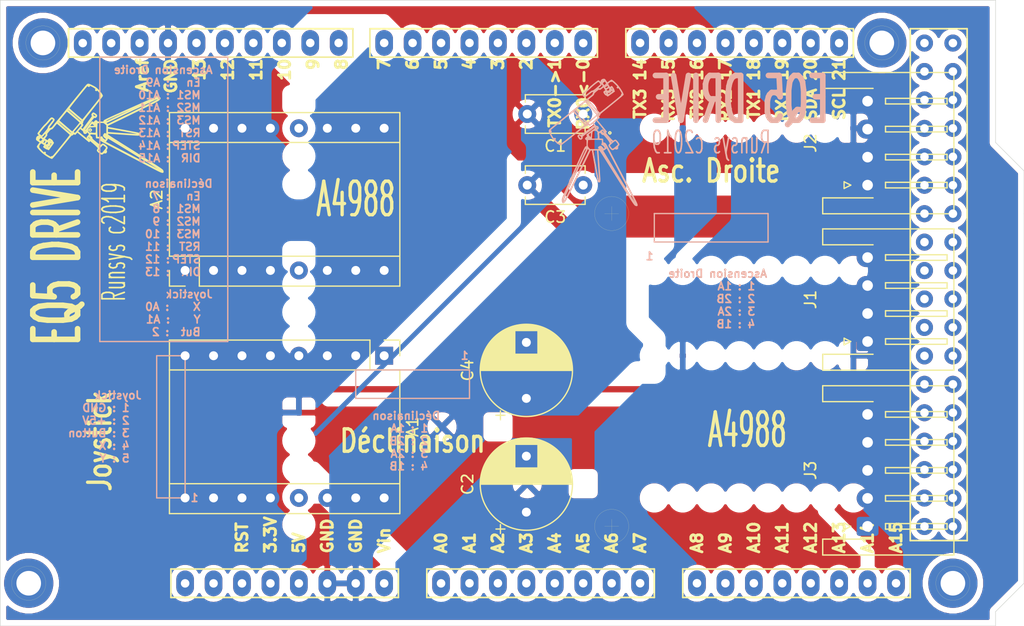
<source format=kicad_pcb>
(kicad_pcb (version 20171130) (host pcbnew 5.1.5-52549c5~84~ubuntu16.04.1)
  (layers (0 F.Cu signal) (31 B.Cu signal) (34 B.Paste user hide) (35 F.Paste user hide) (36 B.SilkS user) (37 F.SilkS user) (38 B.Mask user) (39 F.Mask user) (44 Edge.Cuts user))
  (net 0 "")
  (net 1 "Net-(SH1-Pad19)")
  (net 2 "Net-(SH1-Pad18)")
  (net 3 "Net-(SH1-Pad17)")
  (net 4 "Net-(SH1-Pad16)")
  (net 5 "Net-(SH1-Pad15)")
  (net 6 "Net-(SH1-Pad14)")
  (net 7 /13)
  (net 8 /12)
  (net 9 /11)
  (net 10 /10)
  (net 11 /9)
  (net 12 /8)
  (net 13 /7)
  (net 14 "Net-(SH1-Pad6)")
  (net 15 "Net-(SH1-Pad5)")
  (net 16 "Net-(SH1-Pad4)")
  (net 17 "Net-(SH1-Pad3)")
  (net 18 "Net-(SH1-Pad1)")
  (net 19 /A15)
  (net 20 /A14)
  (net 21 /A13)
  (net 22 /A12)
  (net 23 /A11)
  (net 24 /A10)
  (net 25 /A9)
  (net 26 "Net-(SH1-PadA8)")
  (net 27 "Net-(SH1-PadA7)")
  (net 28 "Net-(SH1-PadA6)")
  (net 29 "Net-(SH1-PadA5)")
  (net 30 "Net-(SH1-PadA4)")
  (net 31 "Net-(SH1-PadA3)")
  (net 32 "Net-(SH1-PadA2)")
  (net 33 "Net-(SH1-Pad21/2)")
  (net 34 "Net-(SH1-Pad20/2)")
  (net 35 "Net-(SH1-PadAREF)")
  (net 36 "Net-(SH1-Pad0)")
  (net 37 "Net-(SH1-Pad20/1)")
  (net 38 "Net-(SH1-Pad21/1)")
  (net 39 "Net-(SH1-Pad5V/3)")
  (net 40 "Net-(SH1-Pad5V/2)")
  (net 41 "Net-(SH1-Pad49)")
  (net 42 "Net-(SH1-Pad48)")
  (net 43 "Net-(SH1-Pad47)")
  (net 44 "Net-(SH1-Pad46)")
  (net 45 "Net-(SH1-Pad45)")
  (net 46 "Net-(SH1-Pad44)")
  (net 47 "Net-(SH1-Pad43)")
  (net 48 "Net-(SH1-Pad42)")
  (net 49 "Net-(SH1-Pad41)")
  (net 50 "Net-(SH1-Pad40)")
  (net 51 "Net-(SH1-Pad39)")
  (net 52 "Net-(SH1-Pad38)")
  (net 53 "Net-(SH1-Pad37)")
  (net 54 "Net-(SH1-Pad36)")
  (net 55 "Net-(SH1-Pad35)")
  (net 56 "Net-(SH1-Pad34)")
  (net 57 "Net-(SH1-Pad33)")
  (net 58 "Net-(SH1-Pad32)")
  (net 59 "Net-(SH1-Pad31)")
  (net 60 "Net-(SH1-Pad30)")
  (net 61 "Net-(SH1-Pad29)")
  (net 62 "Net-(SH1-Pad28)")
  (net 63 "Net-(SH1-Pad27)")
  (net 64 "Net-(SH1-Pad26)")
  (net 65 "Net-(SH1-Pad25)")
  (net 66 "Net-(SH1-Pad24)")
  (net 67 "Net-(SH1-Pad23)")
  (net 68 "Net-(SH1-Pad22)")
  (net 69 "Net-(SH1-Pad53)")
  (net 70 "Net-(SH1-Pad52)")
  (net 71 "Net-(SH1-Pad51)")
  (net 72 "Net-(SH1-Pad50)")
  (net 73 "Net-(SH1-PadGND4)")
  (net 74 "Net-(SH1-Pad3V3)")
  (net 75 "Net-(SH1-PadRST)")
  (net 76 "Net-(SH1-PadIREF)")
  (net 77 "Net-(SH1-PadNC)")
  (net 78 "Net-(A1-Pad3)")
  (net 79 "Net-(A1-Pad4)")
  (net 80 "Net-(A1-Pad5)")
  (net 81 "Net-(A1-Pad6)")
  (net 82 "Net-(A1-Pad14)")
  (net 83 "Net-(A2-Pad3)")
  (net 84 "Net-(A2-Pad4)")
  (net 85 "Net-(A2-Pad5)")
  (net 86 "Net-(A2-Pad6)")
  (net 87 "Net-(A2-Pad14)")
  (net 88 GND)
  (net 89 +5V)
  (net 90 +12V)
  (net 91 "Net-(J3-Pad3)")
  (net 92 "Net-(J3-Pad4)")
  (net 93 "Net-(J3-Pad5)")
  (module Connector_JST:JST_XH_S5B-XH-A-1_1x05_P2.50mm_Horizontal (layer F.Cu) (at 168.91 109.22 90)
    (fp_text reference J3 (at 5 -5.1 90) (layer F.SilkS))
    (fp_text value Conn_01x05_Male)
    (pad 5 thru_hole oval (at 10 0 90) (size 1.7 1.95) (drill 0.95) (layers *.Cu *.Mask) (net 93 "Net-(J3-Pad5)"))
    (pad 4 thru_hole oval (at 7.5 0 90) (size 1.7 1.95) (drill 0.95) (layers *.Cu *.Mask) (net 92 "Net-(J3-Pad4)"))
    (pad 3 thru_hole oval (at 5 0 90) (size 1.7 1.95) (drill 0.95) (layers *.Cu *.Mask) (net 91 "Net-(J3-Pad3)"))
    (pad 2 thru_hole oval (at 2.5 0 90) (size 1.7 1.95) (drill 0.95) (layers *.Cu *.Mask) (net 89 +5V))
    (pad 1 thru_hole roundrect (at 0 0 90) (size 1.7 1.95) (drill 0.95) (layers *.Cu *.Mask) (roundrect_rratio 0.147059) (net 88 GND))
  )
  (module Connector_JST:JST_XH_S4B-XH-A-1_1x04_P2.50mm_Horizontal (layer F.Cu) (at 168.91 78.74 90)
    (fp_text reference J2 (at 3.75 -5.1 90) (layer F.SilkS))
    (fp_text value Conn_01x04_Male)
    (pad 4 thru_hole oval (at 7.5 0 90) (size 1.7 1.95) (drill 0.95) (layers *.Cu *.Mask) (net 83 "Net-(A2-Pad3)"))
    (pad 3 thru_hole oval (at 5 0 90) (size 1.7 1.95) (drill 0.95) (layers *.Cu *.Mask) (net 84 "Net-(A2-Pad4)"))
    (pad 2 thru_hole oval (at 2.5 0 90) (size 1.7 1.95) (drill 0.95) (layers *.Cu *.Mask) (net 85 "Net-(A2-Pad5)"))
    (pad 1 thru_hole roundrect (at 0 0 90) (size 1.7 1.95) (drill 0.95) (layers *.Cu *.Mask) (roundrect_rratio 0.147059) (net 86 "Net-(A2-Pad6)"))
  )
  (module Connector_JST:JST_XH_S4B-XH-A-1_1x04_P2.50mm_Horizontal (layer F.Cu) (at 168.91 92.71 90)
    (fp_text reference J1 (at 3.75 -5.1 90) (layer F.SilkS))
    (fp_text value Conn_01x04_Male)
    (pad 4 thru_hole oval (at 7.5 0 90) (size 1.7 1.95) (drill 0.95) (layers *.Cu *.Mask) (net 78 "Net-(A1-Pad3)"))
    (pad 3 thru_hole oval (at 5 0 90) (size 1.7 1.95) (drill 0.95) (layers *.Cu *.Mask) (net 79 "Net-(A1-Pad4)"))
    (pad 2 thru_hole oval (at 2.5 0 90) (size 1.7 1.95) (drill 0.95) (layers *.Cu *.Mask) (net 80 "Net-(A1-Pad5)"))
    (pad 1 thru_hole roundrect (at 0 0 90) (size 1.7 1.95) (drill 0.95) (layers *.Cu *.Mask) (roundrect_rratio 0.147059) (net 81 "Net-(A1-Pad6)"))
  )
  (module Capacitor_THT:C_Disc_D5.1mm_W3.2mm_P5.00mm (layer F.Cu) (at 143.51 78.74 180)
    (fp_text reference C3 (at 2.5 -2.85) (layer F.SilkS))
    (fp_text value 100n)
    (pad 2 thru_hole circle (at 5 0 180) (size 1.6 1.6) (drill 0.8) (layers *.Cu *.Mask) (net 88 GND))
    (pad 1 thru_hole circle (at 0 0 180) (size 1.6 1.6) (drill 0.8) (layers *.Cu *.Mask) (net 89 +5V))
  )
  (module Capacitor_THT:C_Disc_D5.1mm_W3.2mm_P5.00mm (layer F.Cu) (at 143.51 72.39 180)
    (fp_text reference C1 (at 2.5 -2.85) (layer F.SilkS))
    (fp_text value 100n)
    (pad 2 thru_hole circle (at 5 0 180) (size 1.6 1.6) (drill 0.8) (layers *.Cu *.Mask) (net 88 GND))
    (pad 1 thru_hole circle (at 0 0 180) (size 1.6 1.6) (drill 0.8) (layers *.Cu *.Mask) (net 89 +5V))
  )
  (module logo:tele (layer F.Cu) (at 146.05 74.93)
    (fp_text reference G1 hide)
    (fp_text value LOGO hide)
  )
  (module logo:tele (layer F.Cu) (at 100.33 73.66 90)
    (fp_text reference G0 hide)
    (fp_text value LOGO hide)
  )
  (module Capacitor_THT:CP_Radial_D8.0mm_P5.00mm (layer F.Cu) (at 138.43 97.79 90)
    (fp_text reference C4 (at 2.5 -5.25 90) (layer F.SilkS))
    (fp_text value 100u)
    (pad 2 thru_hole circle (at 5 0 90) (size 1.6 1.6) (drill 0.8) (layers *.Cu *.Mask) (net 88 GND))
    (pad 1 thru_hole rect (at 0 0 90) (size 1.6 1.6) (drill 0.8) (layers *.Cu *.Mask) (net 90 +12V))
  )
  (module Capacitor_THT:CP_Radial_D8.0mm_P5.00mm (layer F.Cu) (at 138.43 107.95 90)
    (fp_text reference C2 (at 2.5 -5.25 90) (layer F.SilkS))
    (fp_text value 100u)
    (pad 2 thru_hole circle (at 5 0 90) (size 1.6 1.6) (drill 0.8) (layers *.Cu *.Mask) (net 88 GND))
    (pad 1 thru_hole rect (at 0 0 90) (size 1.6 1.6) (drill 0.8) (layers *.Cu *.Mask) (net 90 +12V))
  )
  (module MountingHole:MountingHole_2.2mm_M2_Pad (layer F.Cu) (at 176.53 114.3)
    (fp_text reference REF2 hide)
    (fp_text value MountingHole_2.2mm_M2_Pad)
    (pad 1 thru_hole circle (at 0 0) (size 4.4 4.4) (drill 2.2) (layers *.Cu *.Mask))
  )
  (module MountingHole:MountingHole_2.2mm_M2_Pad (layer F.Cu) (at 170.18 66.04)
    (fp_text reference REF3 hide)
    (fp_text value MountingHole_2.2mm_M2_Pad)
    (pad 1 thru_hole circle (at 0 0) (size 4.4 4.4) (drill 2.2) (layers *.Cu *.Mask))
  )
  (module MountingHole:MountingHole_2.2mm_M2_Pad (layer F.Cu) (at 93.98 114.3)
    (fp_text reference REF1 hide)
    (fp_text value MountingHole_2.2mm_M2_Pad)
    (pad 1 thru_hole circle (at 0 0) (size 4.4 4.4) (drill 2.2) (layers *.Cu *.Mask))
  )
  (module MountingHole:MountingHole_2.2mm_M2_Pad (layer F.Cu) (at 95.25 66.04)
    (fp_text reference REF** hide)
    (fp_text value MountingHole_2.2mm_M2_Pad)
    (pad 1 thru_hole circle (at 0 0) (size 4.4 4.4) (drill 2.2) (layers *.Cu *.Mask))
  )
  (module Modules:Pololu_Breakout-16_15.2x20.3mm (layer F.Cu) (at 107.95 86.36 90)
    (fp_text reference A2 (at 6.35 -2.54 90) (layer F.SilkS))
    (fp_text value Pololu_Breakout_A4988)
    (pad 1 thru_hole rect (at 0 0 90) (size 1.6 1.6) (drill 0.8) (layers *.Cu *.Mask) (net 88 GND))
    (pad 9 thru_hole oval (at 12.7 17.78 90) (size 1.6 1.6) (drill 0.8) (layers *.Cu *.Mask) (net 13 /7))
    (pad 2 thru_hole oval (at 0 2.54 90) (size 1.6 1.6) (drill 0.8) (layers *.Cu *.Mask) (net 89 +5V))
    (pad 10 thru_hole oval (at 12.7 15.24 90) (size 1.6 1.6) (drill 0.8) (layers *.Cu *.Mask) (net 12 /8))
    (pad 3 thru_hole oval (at 0 5.08 90) (size 1.6 1.6) (drill 0.8) (layers *.Cu *.Mask) (net 83 "Net-(A2-Pad3)"))
    (pad 11 thru_hole oval (at 12.7 12.7 90) (size 1.6 1.6) (drill 0.8) (layers *.Cu *.Mask) (net 11 /9))
    (pad 4 thru_hole oval (at 0 7.62 90) (size 1.6 1.6) (drill 0.8) (layers *.Cu *.Mask) (net 84 "Net-(A2-Pad4)"))
    (pad 12 thru_hole oval (at 12.7 10.16 90) (size 1.6 1.6) (drill 0.8) (layers *.Cu *.Mask) (net 10 /10))
    (pad 5 thru_hole oval (at 0 10.16 90) (size 1.6 1.6) (drill 0.8) (layers *.Cu *.Mask) (net 85 "Net-(A2-Pad5)"))
    (pad 13 thru_hole oval (at 12.7 7.62 90) (size 1.6 1.6) (drill 0.8) (layers *.Cu *.Mask) (net 9 /11))
    (pad 6 thru_hole oval (at 0 12.7 90) (size 1.6 1.6) (drill 0.8) (layers *.Cu *.Mask) (net 86 "Net-(A2-Pad6)"))
    (pad 14 thru_hole oval (at 12.7 5.08 90) (size 1.6 1.6) (drill 0.8) (layers *.Cu *.Mask) (net 87 "Net-(A2-Pad14)"))
    (pad 7 thru_hole oval (at 0 15.24 90) (size 1.6 1.6) (drill 0.8) (layers *.Cu *.Mask) (net 88 GND))
    (pad 15 thru_hole oval (at 12.7 2.54 90) (size 1.6 1.6) (drill 0.8) (layers *.Cu *.Mask) (net 8 /12))
    (pad 8 thru_hole oval (at 0 17.78 90) (size 1.6 1.6) (drill 0.8) (layers *.Cu *.Mask) (net 90 +12V))
    (pad 16 thru_hole oval (at 12.7 0 90) (size 1.6 1.6) (drill 0.8) (layers *.Cu *.Mask) (net 7 /13))
  )
  (module Modules:Pololu_Breakout-16_15.2x20.3mm (layer F.Cu) (at 125.73 93.98 270)
    (fp_text reference A1 (at 6.35 -2.54 90) (layer F.SilkS))
    (fp_text value Pololu_Breakout_A4988)
    (pad 1 thru_hole rect (at 0 0 270) (size 1.6 1.6) (drill 0.8) (layers *.Cu *.Mask) (net 88 GND))
    (pad 9 thru_hole oval (at 12.7 17.78 270) (size 1.6 1.6) (drill 0.8) (layers *.Cu *.Mask) (net 25 /A9))
    (pad 2 thru_hole oval (at 0 2.54 270) (size 1.6 1.6) (drill 0.8) (layers *.Cu *.Mask) (net 89 +5V))
    (pad 10 thru_hole oval (at 12.7 15.24 270) (size 1.6 1.6) (drill 0.8) (layers *.Cu *.Mask) (net 24 /A10))
    (pad 3 thru_hole oval (at 0 5.08 270) (size 1.6 1.6) (drill 0.8) (layers *.Cu *.Mask) (net 78 "Net-(A1-Pad3)"))
    (pad 11 thru_hole oval (at 12.7 12.7 270) (size 1.6 1.6) (drill 0.8) (layers *.Cu *.Mask) (net 23 /A11))
    (pad 4 thru_hole oval (at 0 7.62 270) (size 1.6 1.6) (drill 0.8) (layers *.Cu *.Mask) (net 79 "Net-(A1-Pad4)"))
    (pad 12 thru_hole oval (at 12.7 10.16 270) (size 1.6 1.6) (drill 0.8) (layers *.Cu *.Mask) (net 22 /A12))
    (pad 5 thru_hole oval (at 0 10.16 270) (size 1.6 1.6) (drill 0.8) (layers *.Cu *.Mask) (net 80 "Net-(A1-Pad5)"))
    (pad 13 thru_hole oval (at 12.7 7.62 270) (size 1.6 1.6) (drill 0.8) (layers *.Cu *.Mask) (net 21 /A13))
    (pad 6 thru_hole oval (at 0 12.7 270) (size 1.6 1.6) (drill 0.8) (layers *.Cu *.Mask) (net 81 "Net-(A1-Pad6)"))
    (pad 14 thru_hole oval (at 12.7 5.08 270) (size 1.6 1.6) (drill 0.8) (layers *.Cu *.Mask) (net 82 "Net-(A1-Pad14)"))
    (pad 7 thru_hole oval (at 0 15.24 270) (size 1.6 1.6) (drill 0.8) (layers *.Cu *.Mask) (net 88 GND))
    (pad 15 thru_hole oval (at 12.7 2.54 270) (size 1.6 1.6) (drill 0.8) (layers *.Cu *.Mask) (net 20 /A14))
    (pad 8 thru_hole oval (at 0 17.78 270) (size 1.6 1.6) (drill 0.8) (layers *.Cu *.Mask) (net 90 +12V))
    (pad 16 thru_hole oval (at 12.7 0 270) (size 1.6 1.6) (drill 0.8) (layers *.Cu *.Mask) (net 19 /A15))
  )
  (module SHIELD_ARDUINO:ARDUINO_MEGA_2560_R3_ELL (layer F.Cu) (at 130.81 90.17)
    (fp_text reference SH1 hide)
    (fp_text value ARDUINO_MEGA hide)
    (pad 19 thru_hole oval (at 30.48 -24.13) (size 1.5748 2.286) (drill 0.762) (layers *.Cu *.Mask) (net 1 "Net-(SH1-Pad19)"))
    (pad 18 thru_hole oval (at 27.94 -24.13) (size 1.5748 2.286) (drill 0.762) (layers *.Cu *.Mask) (net 2 "Net-(SH1-Pad18)"))
    (pad 17 thru_hole oval (at 25.4 -24.13) (size 1.5748 2.286) (drill 0.762) (layers *.Cu *.Mask) (net 3 "Net-(SH1-Pad17)"))
    (pad 16 thru_hole oval (at 22.86 -24.13) (size 1.5748 2.286) (drill 0.762) (layers *.Cu *.Mask) (net 4 "Net-(SH1-Pad16)"))
    (pad 15 thru_hole oval (at 20.32 -24.13) (size 1.5748 2.286) (drill 0.762) (layers *.Cu *.Mask) (net 5 "Net-(SH1-Pad15)"))
    (pad 14 thru_hole oval (at 17.78 -24.13) (size 1.5748 2.286) (drill 0.762) (layers *.Cu *.Mask) (net 6 "Net-(SH1-Pad14)"))
    (pad 13 thru_hole oval (at -21.844 -24.13) (size 1.5748 2.286) (drill 0.762) (layers *.Cu *.Mask) (net 7 /13))
    (pad 12 thru_hole oval (at -19.304 -24.13) (size 1.5748 2.286) (drill 0.762) (layers *.Cu *.Mask) (net 8 /12))
    (pad 11 thru_hole oval (at -16.764 -24.13) (size 1.5748 2.286) (drill 0.762) (layers *.Cu *.Mask) (net 9 /11))
    (pad 10 thru_hole oval (at -14.224 -24.13) (size 1.5748 2.286) (drill 0.762) (layers *.Cu *.Mask) (net 10 /10))
    (pad 9 thru_hole oval (at -11.684 -24.13) (size 1.5748 2.286) (drill 0.762) (layers *.Cu *.Mask) (net 11 /9))
    (pad 8 thru_hole oval (at -9.144 -24.13) (size 1.5748 2.286) (drill 0.762) (layers *.Cu *.Mask) (net 12 /8))
    (pad 7 thru_hole oval (at -5.08 -24.13) (size 1.5748 2.286) (drill 0.762) (layers *.Cu *.Mask) (net 13 /7))
    (pad 6 thru_hole oval (at -2.54 -24.13) (size 1.5748 2.286) (drill 0.762) (layers *.Cu *.Mask) (net 14 "Net-(SH1-Pad6)"))
    (pad 5 thru_hole oval (at 0 -24.13) (size 1.5748 2.286) (drill 0.762) (layers *.Cu *.Mask) (net 15 "Net-(SH1-Pad5)"))
    (pad 4 thru_hole oval (at 2.54 -24.13) (size 1.5748 2.286) (drill 0.762) (layers *.Cu *.Mask) (net 16 "Net-(SH1-Pad4)"))
    (pad 3 thru_hole oval (at 5.08 -24.13) (size 1.5748 2.286) (drill 0.762) (layers *.Cu *.Mask) (net 17 "Net-(SH1-Pad3)"))
    (pad 2 thru_hole oval (at 7.62 -24.13) (size 1.5748 2.286) (drill 0.762) (layers *.Cu *.Mask) (net 93 "Net-(J3-Pad5)"))
    (pad 1 thru_hole oval (at 10.16 -24.13) (size 1.5748 2.286) (drill 0.762) (layers *.Cu *.Mask) (net 18 "Net-(SH1-Pad1)"))
    (pad A15 thru_hole oval (at 40.64 24.13) (size 1.5748 2.286) (drill 0.762) (layers *.Cu *.Mask) (net 19 /A15))
    (pad A14 thru_hole oval (at 38.1 24.13) (size 1.5748 2.286) (drill 0.762) (layers *.Cu *.Mask) (net 20 /A14))
    (pad A13 thru_hole oval (at 35.56 24.13) (size 1.5748 2.286) (drill 0.762) (layers *.Cu *.Mask) (net 21 /A13))
    (pad A12 thru_hole oval (at 33.02 24.13) (size 1.5748 2.286) (drill 0.762) (layers *.Cu *.Mask) (net 22 /A12))
    (pad A11 thru_hole oval (at 30.48 24.13) (size 1.5748 2.286) (drill 0.762) (layers *.Cu *.Mask) (net 23 /A11))
    (pad A10 thru_hole oval (at 27.94 24.13) (size 1.5748 2.286) (drill 0.762) (layers *.Cu *.Mask) (net 24 /A10))
    (pad A9 thru_hole oval (at 25.4 24.13) (size 1.5748 2.286) (drill 0.762) (layers *.Cu *.Mask) (net 25 /A9))
    (pad A8 thru_hole oval (at 22.86 24.13) (size 1.5748 2.286) (drill 0.762) (layers *.Cu *.Mask) (net 26 "Net-(SH1-PadA8)"))
    (pad A7 thru_hole oval (at 17.78 24.13) (size 1.5748 2.286) (drill 0.762) (layers *.Cu *.Mask) (net 27 "Net-(SH1-PadA7)"))
    (pad A6 thru_hole oval (at 15.24 24.13) (size 1.5748 2.286) (drill 0.762) (layers *.Cu *.Mask) (net 28 "Net-(SH1-PadA6)"))
    (pad A5 thru_hole oval (at 12.7 24.13) (size 1.5748 2.286) (drill 0.762) (layers *.Cu *.Mask) (net 29 "Net-(SH1-PadA5)"))
    (pad A4 thru_hole oval (at 10.16 24.13) (size 1.5748 2.286) (drill 0.762) (layers *.Cu *.Mask) (net 30 "Net-(SH1-PadA4)"))
    (pad A3 thru_hole oval (at 7.62 24.13) (size 1.5748 2.286) (drill 0.762) (layers *.Cu *.Mask) (net 31 "Net-(SH1-PadA3)"))
    (pad A2 thru_hole oval (at 5.08 24.13) (size 1.5748 2.286) (drill 0.762) (layers *.Cu *.Mask) (net 32 "Net-(SH1-PadA2)"))
    (pad A1 thru_hole oval (at 2.54 24.13) (size 1.5748 2.286) (drill 0.762) (layers *.Cu *.Mask) (net 92 "Net-(J3-Pad4)"))
    (pad 21/2 thru_hole oval (at -32.004 -24.1173) (size 1.5748 2.286) (drill 0.762) (layers *.Cu *.Mask) (net 33 "Net-(SH1-Pad21/2)"))
    (pad 20/2 thru_hole oval (at -29.464 -24.1173) (size 1.5748 2.286) (drill 0.762) (layers *.Cu *.Mask) (net 34 "Net-(SH1-Pad20/2)"))
    (pad AREF thru_hole oval (at -26.924 -24.1173) (size 1.5748 2.286) (drill 0.762) (layers *.Cu *.Mask) (net 35 "Net-(SH1-PadAREF)"))
    (pad GND3 thru_hole oval (at -24.384 -24.1173) (size 1.5748 2.286) (drill 0.762) (layers *.Cu *.Mask) (net 88 GND))
    (pad 0 thru_hole oval (at 12.7 -24.1173) (size 1.5748 2.286) (drill 0.762) (layers *.Cu *.Mask) (net 36 "Net-(SH1-Pad0)"))
    (pad 20/1 thru_hole oval (at 33.02 -24.1173) (size 1.5748 2.286) (drill 0.762) (layers *.Cu *.Mask) (net 37 "Net-(SH1-Pad20/1)"))
    (pad 21/1 thru_hole oval (at 35.56 -24.1173) (size 1.5748 2.286) (drill 0.762) (layers *.Cu *.Mask) (net 38 "Net-(SH1-Pad21/1)"))
    (pad 5V/3 thru_hole circle (at 45.72 -24.1173) (size 1.524 1.524) (drill 0.762) (layers *.Cu *.Mask) (net 39 "Net-(SH1-Pad5V/3)"))
    (pad 5V/2 thru_hole circle (at 43.18 -24.1173) (size 1.524 1.524) (drill 0.762) (layers *.Cu *.Mask) (net 40 "Net-(SH1-Pad5V/2)"))
    (pad 49 thru_hole circle (at 45.72 11.4427) (size 1.524 1.524) (drill 0.762) (layers *.Cu *.Mask) (net 41 "Net-(SH1-Pad49)"))
    (pad 48 thru_hole circle (at 43.18 11.4427) (size 1.524 1.524) (drill 0.762) (layers *.Cu *.Mask) (net 42 "Net-(SH1-Pad48)"))
    (pad 47 thru_hole circle (at 45.72 8.9027) (size 1.524 1.524) (drill 0.762) (layers *.Cu *.Mask) (net 43 "Net-(SH1-Pad47)"))
    (pad 46 thru_hole circle (at 43.18 8.9027) (size 1.524 1.524) (drill 0.762) (layers *.Cu *.Mask) (net 44 "Net-(SH1-Pad46)"))
    (pad 45 thru_hole circle (at 45.72 6.3627) (size 1.524 1.524) (drill 0.762) (layers *.Cu *.Mask) (net 45 "Net-(SH1-Pad45)"))
    (pad 44 thru_hole circle (at 43.18 6.3627) (size 1.524 1.524) (drill 0.762) (layers *.Cu *.Mask) (net 46 "Net-(SH1-Pad44)"))
    (pad 43 thru_hole circle (at 45.72 3.8227) (size 1.524 1.524) (drill 0.762) (layers *.Cu *.Mask) (net 47 "Net-(SH1-Pad43)"))
    (pad 42 thru_hole circle (at 43.18 3.8227) (size 1.524 1.524) (drill 0.762) (layers *.Cu *.Mask) (net 48 "Net-(SH1-Pad42)"))
    (pad 41 thru_hole circle (at 45.72 1.2827) (size 1.524 1.524) (drill 0.762) (layers *.Cu *.Mask) (net 49 "Net-(SH1-Pad41)"))
    (pad 40 thru_hole circle (at 43.18 1.2827) (size 1.524 1.524) (drill 0.762) (layers *.Cu *.Mask) (net 50 "Net-(SH1-Pad40)"))
    (pad 39 thru_hole circle (at 45.72 -1.2573) (size 1.524 1.524) (drill 0.762) (layers *.Cu *.Mask) (net 51 "Net-(SH1-Pad39)"))
    (pad 38 thru_hole circle (at 43.18 -1.2573) (size 1.524 1.524) (drill 0.762) (layers *.Cu *.Mask) (net 52 "Net-(SH1-Pad38)"))
    (pad 37 thru_hole circle (at 45.72 -3.7973) (size 1.524 1.524) (drill 0.762) (layers *.Cu *.Mask) (net 53 "Net-(SH1-Pad37)"))
    (pad 36 thru_hole circle (at 43.18 -3.7973) (size 1.524 1.524) (drill 0.762) (layers *.Cu *.Mask) (net 54 "Net-(SH1-Pad36)"))
    (pad 35 thru_hole circle (at 45.72 -6.3373) (size 1.524 1.524) (drill 0.762) (layers *.Cu *.Mask) (net 55 "Net-(SH1-Pad35)"))
    (pad 34 thru_hole circle (at 43.18 -6.3373) (size 1.524 1.524) (drill 0.762) (layers *.Cu *.Mask) (net 56 "Net-(SH1-Pad34)"))
    (pad 33 thru_hole circle (at 45.72 -8.8773) (size 1.524 1.524) (drill 0.762) (layers *.Cu *.Mask) (net 57 "Net-(SH1-Pad33)"))
    (pad 32 thru_hole circle (at 43.18 -8.8773) (size 1.524 1.524) (drill 0.762) (layers *.Cu *.Mask) (net 58 "Net-(SH1-Pad32)"))
    (pad 31 thru_hole circle (at 45.72 -11.4173) (size 1.524 1.524) (drill 0.762) (layers *.Cu *.Mask) (net 59 "Net-(SH1-Pad31)"))
    (pad 30 thru_hole circle (at 43.18 -11.4173) (size 1.524 1.524) (drill 0.762) (layers *.Cu *.Mask) (net 60 "Net-(SH1-Pad30)"))
    (pad 29 thru_hole circle (at 45.72 -13.9573) (size 1.524 1.524) (drill 0.762) (layers *.Cu *.Mask) (net 61 "Net-(SH1-Pad29)"))
    (pad 28 thru_hole circle (at 43.18 -13.9573) (size 1.524 1.524) (drill 0.762) (layers *.Cu *.Mask) (net 62 "Net-(SH1-Pad28)"))
    (pad 27 thru_hole circle (at 45.72 -16.4973) (size 1.524 1.524) (drill 0.762) (layers *.Cu *.Mask) (net 63 "Net-(SH1-Pad27)"))
    (pad 26 thru_hole circle (at 43.18 -16.4973) (size 1.524 1.524) (drill 0.762) (layers *.Cu *.Mask) (net 64 "Net-(SH1-Pad26)"))
    (pad 25 thru_hole circle (at 45.72 -19.0373) (size 1.524 1.524) (drill 0.762) (layers *.Cu *.Mask) (net 65 "Net-(SH1-Pad25)"))
    (pad 24 thru_hole circle (at 43.18 -19.0373) (size 1.524 1.524) (drill 0.762) (layers *.Cu *.Mask) (net 66 "Net-(SH1-Pad24)"))
    (pad 23 thru_hole circle (at 45.72 -21.5773) (size 1.524 1.524) (drill 0.762) (layers *.Cu *.Mask) (net 67 "Net-(SH1-Pad23)"))
    (pad 22 thru_hole circle (at 43.18 -21.5773) (size 1.524 1.524) (drill 0.762) (layers *.Cu *.Mask) (net 68 "Net-(SH1-Pad22)"))
    (pad 53 thru_hole circle (at 45.72 16.5227) (size 1.524 1.524) (drill 0.762) (layers *.Cu *.Mask) (net 69 "Net-(SH1-Pad53)"))
    (pad 52 thru_hole circle (at 43.18 16.5227) (size 1.524 1.524) (drill 0.762) (layers *.Cu *.Mask) (net 70 "Net-(SH1-Pad52)"))
    (pad 51 thru_hole circle (at 45.72 13.9827) (size 1.524 1.524) (drill 0.762) (layers *.Cu *.Mask) (net 71 "Net-(SH1-Pad51)"))
    (pad 50 thru_hole circle (at 43.18 13.9827) (size 1.524 1.524) (drill 0.762) (layers *.Cu *.Mask) (net 72 "Net-(SH1-Pad50)"))
    (pad GND5 thru_hole circle (at 45.72 19.0627) (size 1.524 1.524) (drill 0.762) (layers *.Cu *.Mask))
    (pad GND4 thru_hole circle (at 43.18 19.0627) (size 1.524 1.524) (drill 0.762) (layers *.Cu *.Mask) (net 73 "Net-(SH1-PadGND4)"))
    (pad A0 thru_hole oval (at 0 24.1427) (size 1.5748 2.286) (drill 0.762) (layers *.Cu *.Mask) (net 91 "Net-(J3-Pad3)"))
    (pad VIN thru_hole oval (at -5.08 24.1427) (size 1.5748 2.286) (drill 0.762) (layers *.Cu *.Mask) (net 90 +12V))
    (pad GND2 thru_hole oval (at -7.62 24.1427) (size 1.5748 2.286) (drill 0.762) (layers *.Cu *.Mask) (net 88 GND))
    (pad GND1 thru_hole oval (at -10.16 24.1427) (size 1.5748 2.286) (drill 0.762) (layers *.Cu *.Mask) (net 88 GND))
    (pad 5V/1 thru_hole oval (at -12.7 24.1427) (size 1.5748 2.286) (drill 0.762) (layers *.Cu *.Mask) (net 89 +5V))
    (pad 3V3 thru_hole oval (at -15.24 24.1427) (size 1.5748 2.286) (drill 0.762) (layers *.Cu *.Mask) (net 74 "Net-(SH1-Pad3V3)"))
    (pad RST thru_hole oval (at -17.78 24.1427) (size 1.5748 2.286) (drill 0.762) (layers *.Cu *.Mask) (net 75 "Net-(SH1-PadRST)"))
    (pad IREF thru_hole oval (at -20.32 24.1427) (size 1.5748 2.286) (drill 0.762) (layers *.Cu *.Mask) (net 76 "Net-(SH1-PadIREF)"))
    (pad NC thru_hole oval (at -22.86 24.1427) (size 1.5748 2.286) (drill 0.762) (layers *.Cu *.Mask) (net 77 "Net-(SH1-PadNC)"))
  )
  (gr_line (start 111.76 67.31) (end 111.76 92.71) (layer B.SilkS) (width 0.12))
  (gr_line (start 100.33 67.31) (end 111.76 67.31) (layer B.SilkS) (width 0.12))
  (gr_line (start 100.33 92.71) (end 100.33 67.31) (layer B.SilkS) (width 0.12))
  (gr_line (start 111.76 92.71) (end 100.33 92.71) (layer B.SilkS) (width 0.12))
  (gr_line (start 180.34 118.11) (end 180.34 116.84) (layer Edge.Cuts) (width 0.05))
  (gr_line (start 180.34 118.11) (end 91.44 118.11) (layer Edge.Cuts) (width 0.05))
  (gr_line (start 182.88 77.47) (end 182.88 81.28) (layer Edge.Cuts) (width 0.05))
  (gr_line (start 180.34 74.93) (end 182.88 77.47) (layer Edge.Cuts) (width 0.05))
  (gr_line (start 180.34 62.23) (end 180.34 74.93) (layer Edge.Cuts) (width 0.05))
  (gr_line (start 182.88 114.3) (end 182.88 81.28) (layer Edge.Cuts) (width 0.05))
  (gr_line (start 180.34 116.84) (end 182.88 114.3) (layer Edge.Cuts) (width 0.05))
  (gr_text "\n: 7\n: 8\n: 9\n: 10\n: 11  \n: 12\n: 13" (at 106.68 82.55) (layer B.SilkS) (effects (font (size 0.7 0.7)) (justify left mirror)))
  (gr_text "\n: A9\n: A10\n: A11\n: A12\n: A13  \n: A14\n: A15" (at 106.68 72.39) (layer B.SilkS) (effects (font (size 0.7 0.7)) (justify left mirror)))
  (gr_text 1 (at 109.22 106.68) (layer B.SilkS) (effects (font (size 0.7 0.7)) (justify left mirror)))
  (gr_text 1 (at 149.86 85.09) (layer B.SilkS) (effects (font (size 0.7 0.7)) (justify left mirror)))
  (gr_text 1 (at 133.35 93.98) (layer B.SilkS) (effects (font (size 0.7 0.7)) (justify left mirror)))
  (gr_text "Joystick\n  1 : GND\n  2 : +5V\n  3 : Button\n  4 : X\n  5 : Y\n" (at 104.14 100.33) (layer B.SilkS) (effects (font (size 0.7 0.7)) (justify left mirror)))
  (gr_text "Déclinaison\n  En\n  MS1\n  MS2\n  MS3\n  RST\n  STEP\n  DIR" (at 110.49 82.55) (layer B.SilkS) (effects (font (size 0.7 0.7)) (justify left mirror)))
  (gr_text "Ascension Droite\n  En\n  MS1\n  MS2\n  MS3\n  RST  \n  STEP\n  DIR" (at 110.49 72.39) (layer B.SilkS) (effects (font (size 0.7 0.7)) (justify left mirror)))
  (gr_text "Joystick\n  X    : A0\n  Y    : A1\n  But  : 2\n" (at 110.49 90.17) (layer B.SilkS) (effects (font (size 0.7 0.7)) (justify left mirror)))
  (gr_line (start 105.41 106.68) (end 107.95 106.68) (layer B.SilkS) (width 0.12))
  (gr_line (start 107.95 106.68) (end 107.95 93.98) (layer B.SilkS) (width 0.12))
  (gr_line (start 105.41 93.98) (end 105.41 106.68) (layer B.SilkS) (width 0.12))
  (gr_line (start 107.95 93.98) (end 105.41 93.98) (layer B.SilkS) (width 0.12))
  (gr_line (start 160.02 83.82) (end 160.02 81.28) (layer B.SilkS) (width 0.12))
  (gr_line (start 149.86 83.82) (end 160.02 83.82) (layer B.SilkS) (width 0.12))
  (gr_line (start 149.86 81.28) (end 149.86 83.82) (layer B.SilkS) (width 0.12))
  (gr_line (start 160.02 81.28) (end 149.86 81.28) (layer B.SilkS) (width 0.12))
  (gr_line (start 133.35 95.25) (end 123.19 95.25) (layer B.SilkS) (width 0.12))
  (gr_line (start 133.35 97.79) (end 133.35 95.25) (layer B.SilkS) (width 0.12))
  (gr_line (start 123.19 97.79) (end 133.35 97.79) (layer B.SilkS) (width 0.12))
  (gr_line (start 123.19 95.25) (end 123.19 97.79) (layer B.SilkS) (width 0.12))
  (gr_text "Runsys c2019" (at 154.94 74.93) (layer B.SilkS) (effects (font (size 2 1)) (justify mirror)))
  (gr_text "EQ5 DRIVE" (at 157.48 71.12) (layer B.SilkS) (effects (font (size 4 2) (thickness 0.5)) (justify mirror)))
  (gr_text "Déclinaison\n  1 : 1A\n  2 : 2B\n  3 : 2A\n  4 : 1B" (at 130.81 101.6) (layer B.SilkS) (effects (font (size 0.7 0.7)) (justify left mirror)))
  (gr_text "Ascension Droite\n  1 : 1A\n  2 : 2B\n  3 : 2A\n  4 : 1B" (at 160.02 88.9) (layer B.SilkS) (effects (font (size 0.7 0.7)) (justify left mirror)))
  (gr_text A4988 (at 158.159828 100.618087) (layer F.SilkS) (effects (font (size 3 1.5) (thickness 0.3))))
  (gr_text A4988 (at 123.19 80.01) (layer F.SilkS) (effects (font (size 3 1.5) (thickness 0.3))))
  (gr_text 8 (at 121.92 67.31 90) (layer F.SilkS) (effects (font (size 1 1) (thickness 0.25)) (justify right)))
  (gr_text 9 (at 119.38 67.31 90) (layer F.SilkS) (effects (font (size 1 1) (thickness 0.25)) (justify right)))
  (gr_text 10 (at 116.84 67.31 90) (layer F.SilkS) (effects (font (size 1 1) (thickness 0.25)) (justify right)))
  (gr_text 11 (at 114.3 67.31 90) (layer F.SilkS) (effects (font (size 1 1) (thickness 0.25)) (justify right)))
  (gr_text 12 (at 111.76 67.31 90) (layer F.SilkS) (effects (font (size 1 1) (thickness 0.25)) (justify right)))
  (gr_text 13 (at 109.22 67.31 90) (layer F.SilkS) (effects (font (size 1 1) (thickness 0.25)) (justify right)))
  (gr_text "GND\n" (at 106.68 67.31 90) (layer F.SilkS) (effects (font (size 1 1) (thickness 0.25)) (justify right)))
  (gr_text Aref (at 104.14 67.31 90) (layer F.SilkS) (effects (font (size 1 1) (thickness 0.25)) (justify right)))
  (gr_text "SCL 21\n" (at 166.37 67.31 90) (layer F.SilkS) (effects (font (size 1 1) (thickness 0.25)) (justify right)))
  (gr_text "SDA 20" (at 163.83 67.31 90) (layer F.SilkS) (effects (font (size 1 1) (thickness 0.25)) (justify right)))
  (gr_text "RX1 19" (at 161.29 67.31 90) (layer F.SilkS) (effects (font (size 1 1) (thickness 0.25)) (justify right)))
  (gr_text "TX1 18" (at 158.75 67.31 90) (layer F.SilkS) (effects (font (size 1 1) (thickness 0.25)) (justify right)))
  (gr_text "RX2 17" (at 156.21 67.31 90) (layer F.SilkS) (effects (font (size 1 1) (thickness 0.25)) (justify right)))
  (gr_text "TX2 16" (at 153.67 67.31 90) (layer F.SilkS) (effects (font (size 1 1) (thickness 0.25)) (justify right)))
  (gr_text "RX3 15" (at 151.13 67.31 90) (layer F.SilkS) (effects (font (size 1 1) (thickness 0.25)) (justify right)))
  (gr_text "TX3 14" (at 148.59 67.31 90) (layer F.SilkS) (effects (font (size 1 1) (thickness 0.25)) (justify right)))
  (gr_text RX0<-0 (at 143.51 67.31 90) (layer F.SilkS) (effects (font (size 1 1) (thickness 0.25)) (justify right)))
  (gr_text TX0->1 (at 140.97 67.31 90) (layer F.SilkS) (effects (font (size 1 1) (thickness 0.25)) (justify right)))
  (gr_text 2 (at 138.43 67.31 90) (layer F.SilkS) (effects (font (size 1 1) (thickness 0.25)) (justify right)))
  (gr_text 3 (at 135.89 67.31 90) (layer F.SilkS) (effects (font (size 1 1) (thickness 0.25)) (justify right)))
  (gr_text 4 (at 133.35 67.31 90) (layer F.SilkS) (effects (font (size 1 1) (thickness 0.25)) (justify right)))
  (gr_text 5 (at 130.81 67.31 90) (layer F.SilkS) (effects (font (size 1 1) (thickness 0.25)) (justify right)))
  (gr_text "6\n" (at 128.27 67.31 90) (layer F.SilkS) (effects (font (size 1 1) (thickness 0.25)) (justify right)))
  (gr_text 7 (at 125.73 67.31 90) (layer F.SilkS) (effects (font (size 1 1) (thickness 0.25)) (justify right)))
  (gr_text A15 (at 171.45 111.76 90) (layer F.SilkS) (effects (font (size 1 1) (thickness 0.25)) (justify left)))
  (gr_text "A14\n" (at 168.91 111.76 90) (layer F.SilkS) (effects (font (size 1 1) (thickness 0.25)) (justify left)))
  (gr_text A13 (at 166.37 111.76 90) (layer F.SilkS) (effects (font (size 1 1) (thickness 0.25)) (justify left)))
  (gr_text "A12\n" (at 163.83 111.76 90) (layer F.SilkS) (effects (font (size 1 1) (thickness 0.25)) (justify left)))
  (gr_text A11 (at 161.29 111.76 90) (layer F.SilkS) (effects (font (size 1 1) (thickness 0.25)) (justify left)))
  (gr_text A10 (at 158.75 111.76 90) (layer F.SilkS) (effects (font (size 1 1) (thickness 0.25)) (justify left)))
  (gr_text A9 (at 156.21 111.76 90) (layer F.SilkS) (effects (font (size 1 1) (thickness 0.25)) (justify left)))
  (gr_text A8 (at 153.67 111.76 90) (layer F.SilkS) (effects (font (size 1 1) (thickness 0.25)) (justify left)))
  (gr_text "A7\n" (at 148.59 111.76 90) (layer F.SilkS) (effects (font (size 1 1) (thickness 0.25)) (justify left)))
  (gr_text A6 (at 146.05 111.76 90) (layer F.SilkS) (effects (font (size 1 1) (thickness 0.25)) (justify left)))
  (gr_text A5 (at 143.51 111.76 90) (layer F.SilkS) (effects (font (size 1 1) (thickness 0.25)) (justify left)))
  (gr_text A4 (at 140.97 111.76 90) (layer F.SilkS) (effects (font (size 1 1) (thickness 0.25)) (justify left)))
  (gr_text "A3\n" (at 138.43 111.76 90) (layer F.SilkS) (effects (font (size 1 1) (thickness 0.25)) (justify left)))
  (gr_text A2 (at 135.89 111.76 90) (layer F.SilkS) (effects (font (size 1 1) (thickness 0.25)) (justify left)))
  (gr_text A1 (at 133.35 111.76 90) (layer F.SilkS) (effects (font (size 1 1) (thickness 0.25)) (justify left)))
  (gr_text A0 (at 130.81 111.76 90) (layer F.SilkS) (effects (font (size 1 1) (thickness 0.25)) (justify left)))
  (gr_text "RST\n" (at 113.03 111.76 90) (layer F.SilkS) (effects (font (size 1 1) (thickness 0.25)) (justify left)))
  (gr_text 3.3V (at 115.57 111.76 90) (layer F.SilkS) (effects (font (size 1 1) (thickness 0.25)) (justify left)))
  (gr_text 5V (at 118.11 111.76 90) (layer F.SilkS) (effects (font (size 1 1) (thickness 0.25)) (justify left)))
  (gr_text Vin (at 125.73 111.76 90) (layer F.SilkS) (effects (font (size 1 1) (thickness 0.25)) (justify left)))
  (gr_text GND (at 120.65 111.76 90) (layer F.SilkS) (effects (font (size 1 1) (thickness 0.25)) (justify left)))
  (gr_text GND (at 123.19 111.76 90) (layer F.SilkS) (effects (font (size 1 1) (thickness 0.25)) (justify left)))
  (gr_text Joystick (at 100.33 101.6 90) (layer F.SilkS) (effects (font (size 2 1.5) (thickness 0.3))))
  (gr_text Déclinaison (at 128.27 101.6) (layer F.SilkS) (effects (font (size 2 1.5) (thickness 0.3))))
  (gr_text "Asc. Droite" (at 154.94 77.47) (layer F.SilkS) (effects (font (size 2 1.5) (thickness 0.3))))
  (gr_text "Runsys c2019" (at 101.6 83.82 90) (layer F.SilkS) (effects (font (size 2 1))))
  (gr_text "EQ5 DRIVE" (at 96.52 85.09 90) (layer F.SilkS) (effects (font (size 4 2) (thickness 0.5))))
  (gr_line (start 91.44 118.11) (end 91.44 62.23) (layer Edge.Cuts) (width 0.05))
  (gr_line (start 91.44 62.23) (end 180.34 62.23) (layer Edge.Cuts) (width 0.05))
  (zone (net 88) (net_name GND) (layer F.Cu) (connect_pads (clearance 0.508)) (min_thickness 0.254) (fill yes (arc_segments 32) (thermal_gap 0.508) (thermal_bridge_width 0.508))
    (polygon (pts (xy 180.34 74.93) (xy 182.88 77.47) (xy 182.88 114.3) (xy 180.34 116.84) (xy 180.34 118.11) (xy 91.44 118.11) (xy 91.44 62.23) (xy 180.34 62.23)))
  )
  (zone (net 88) (net_name GND) (layer B.Cu) (connect_pads (clearance 0.508)) (min_thickness 0.254) (fill yes (arc_segments 32) (thermal_gap 0.508) (thermal_bridge_width 0.508))
    (polygon (pts (xy 180.34 74.93) (xy 182.88 77.47) (xy 182.88 114.3) (xy 180.34 116.84) (xy 180.34 118.11) (xy 91.44 118.11) (xy 91.44 62.23) (xy 180.34 62.23)))
  )
)
</source>
